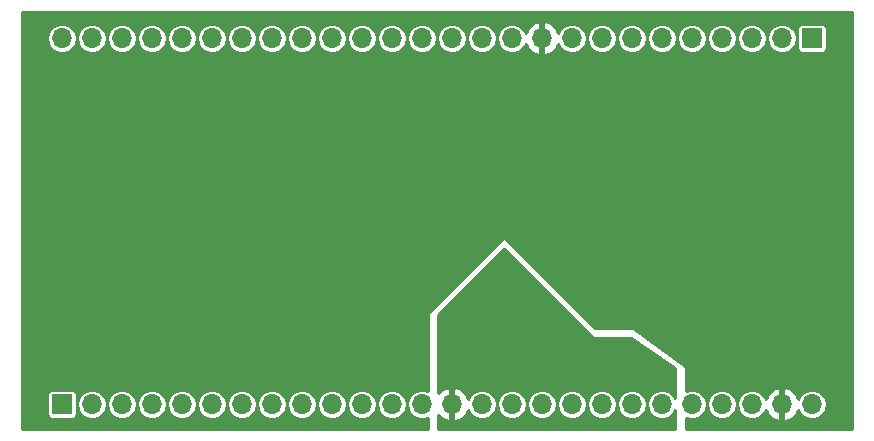
<source format=gbr>
G04 #@! TF.GenerationSoftware,KiCad,Pcbnew,(5.0.1)-4*
G04 #@! TF.CreationDate,2018-12-09T17:15:49-08:00*
G04 #@! TF.ProjectId,ht1632c-to-dip,687431363332632D746F2D6469702E6B,rev?*
G04 #@! TF.SameCoordinates,Original*
G04 #@! TF.FileFunction,Copper,L2,Bot,Signal*
G04 #@! TF.FilePolarity,Positive*
%FSLAX46Y46*%
G04 Gerber Fmt 4.6, Leading zero omitted, Abs format (unit mm)*
G04 Created by KiCad (PCBNEW (5.0.1)-4) date 12/9/2018 5:15:49 PM*
%MOMM*%
%LPD*%
G01*
G04 APERTURE LIST*
G04 #@! TA.AperFunction,ComponentPad*
%ADD10R,1.700000X1.700000*%
G04 #@! TD*
G04 #@! TA.AperFunction,ComponentPad*
%ADD11O,1.700000X1.700000*%
G04 #@! TD*
G04 #@! TA.AperFunction,Conductor*
%ADD12C,0.254000*%
G04 #@! TD*
G04 APERTURE END LIST*
D10*
G04 #@! TO.P,J1,1*
G04 #@! TO.N,/1*
X77470000Y-93980000D03*
D11*
G04 #@! TO.P,J1,2*
G04 #@! TO.N,/2*
X80010000Y-93980000D03*
G04 #@! TO.P,J1,3*
G04 #@! TO.N,/3*
X82550000Y-93980000D03*
G04 #@! TO.P,J1,4*
G04 #@! TO.N,/4*
X85090000Y-93980000D03*
G04 #@! TO.P,J1,5*
G04 #@! TO.N,/5*
X87630000Y-93980000D03*
G04 #@! TO.P,J1,6*
G04 #@! TO.N,/6*
X90170000Y-93980000D03*
G04 #@! TO.P,J1,7*
G04 #@! TO.N,/7*
X92710000Y-93980000D03*
G04 #@! TO.P,J1,8*
G04 #@! TO.N,/8*
X95250000Y-93980000D03*
G04 #@! TO.P,J1,9*
G04 #@! TO.N,/9*
X97790000Y-93980000D03*
G04 #@! TO.P,J1,10*
G04 #@! TO.N,/10*
X100330000Y-93980000D03*
G04 #@! TO.P,J1,11*
G04 #@! TO.N,/11*
X102870000Y-93980000D03*
G04 #@! TO.P,J1,12*
G04 #@! TO.N,/12*
X105410000Y-93980000D03*
G04 #@! TO.P,J1,13*
G04 #@! TO.N,/13*
X107950000Y-93980000D03*
G04 #@! TO.P,J1,14*
G04 #@! TO.N,/14*
X110490000Y-93980000D03*
G04 #@! TO.P,J1,15*
G04 #@! TO.N,/15*
X113030000Y-93980000D03*
G04 #@! TO.P,J1,16*
G04 #@! TO.N,/16*
X115570000Y-93980000D03*
G04 #@! TO.P,J1,17*
G04 #@! TO.N,/17*
X118110000Y-93980000D03*
G04 #@! TO.P,J1,18*
G04 #@! TO.N,/18*
X120650000Y-93980000D03*
G04 #@! TO.P,J1,19*
G04 #@! TO.N,/19*
X123190000Y-93980000D03*
G04 #@! TO.P,J1,20*
G04 #@! TO.N,/20*
X125730000Y-93980000D03*
G04 #@! TO.P,J1,21*
G04 #@! TO.N,/21*
X128270000Y-93980000D03*
G04 #@! TO.P,J1,22*
G04 #@! TO.N,/22*
X130810000Y-93980000D03*
G04 #@! TO.P,J1,23*
G04 #@! TO.N,/23*
X133350000Y-93980000D03*
G04 #@! TO.P,J1,24*
G04 #@! TO.N,/24*
X135890000Y-93980000D03*
G04 #@! TO.P,J1,25*
G04 #@! TO.N,/25*
X138430000Y-93980000D03*
G04 #@! TO.P,J1,26*
G04 #@! TO.N,/26*
X140970000Y-93980000D03*
G04 #@! TD*
G04 #@! TO.P,J2,26*
G04 #@! TO.N,/52*
X77470000Y-62992000D03*
G04 #@! TO.P,J2,25*
G04 #@! TO.N,/51*
X80010000Y-62992000D03*
G04 #@! TO.P,J2,24*
G04 #@! TO.N,/50*
X82550000Y-62992000D03*
G04 #@! TO.P,J2,23*
G04 #@! TO.N,/49*
X85090000Y-62992000D03*
G04 #@! TO.P,J2,22*
G04 #@! TO.N,/48*
X87630000Y-62992000D03*
G04 #@! TO.P,J2,21*
G04 #@! TO.N,/47*
X90170000Y-62992000D03*
G04 #@! TO.P,J2,20*
G04 #@! TO.N,/46*
X92710000Y-62992000D03*
G04 #@! TO.P,J2,19*
G04 #@! TO.N,/45*
X95250000Y-62992000D03*
G04 #@! TO.P,J2,18*
G04 #@! TO.N,/44*
X97790000Y-62992000D03*
G04 #@! TO.P,J2,17*
G04 #@! TO.N,/43*
X100330000Y-62992000D03*
G04 #@! TO.P,J2,16*
G04 #@! TO.N,/42*
X102870000Y-62992000D03*
G04 #@! TO.P,J2,15*
G04 #@! TO.N,/41*
X105410000Y-62992000D03*
G04 #@! TO.P,J2,14*
G04 #@! TO.N,/40*
X107950000Y-62992000D03*
G04 #@! TO.P,J2,13*
G04 #@! TO.N,/39*
X110490000Y-62992000D03*
G04 #@! TO.P,J2,12*
G04 #@! TO.N,/38*
X113030000Y-62992000D03*
G04 #@! TO.P,J2,11*
G04 #@! TO.N,/37*
X115570000Y-62992000D03*
G04 #@! TO.P,J2,10*
G04 #@! TO.N,/25*
X118110000Y-62992000D03*
G04 #@! TO.P,J2,9*
G04 #@! TO.N,/35*
X120650000Y-62992000D03*
G04 #@! TO.P,J2,8*
G04 #@! TO.N,/34*
X123190000Y-62992000D03*
G04 #@! TO.P,J2,7*
G04 #@! TO.N,/33*
X125730000Y-62992000D03*
G04 #@! TO.P,J2,6*
G04 #@! TO.N,/32*
X128270000Y-62992000D03*
G04 #@! TO.P,J2,5*
G04 #@! TO.N,/31*
X130810000Y-62992000D03*
G04 #@! TO.P,J2,4*
G04 #@! TO.N,/30*
X133350000Y-62992000D03*
G04 #@! TO.P,J2,3*
G04 #@! TO.N,/29*
X135890000Y-62992000D03*
G04 #@! TO.P,J2,2*
G04 #@! TO.N,/28*
X138430000Y-62992000D03*
D10*
G04 #@! TO.P,J2,1*
G04 #@! TO.N,/27*
X140970000Y-62992000D03*
G04 #@! TD*
D12*
G04 #@! TO.N,/14*
G36*
X122465197Y-88354803D02*
X122506399Y-88382333D01*
X122555000Y-88392000D01*
X125691548Y-88392000D01*
X129413000Y-90872968D01*
X129413000Y-93474880D01*
X129157501Y-93092499D01*
X128750312Y-92820424D01*
X128391239Y-92749000D01*
X128148761Y-92749000D01*
X127789688Y-92820424D01*
X127382499Y-93092499D01*
X127110424Y-93499688D01*
X127014884Y-93980000D01*
X127110424Y-94460312D01*
X127382499Y-94867501D01*
X127789688Y-95139576D01*
X128148761Y-95211000D01*
X128391239Y-95211000D01*
X128750312Y-95139576D01*
X129157501Y-94867501D01*
X129413000Y-94485120D01*
X129413000Y-96064000D01*
X109347000Y-96064000D01*
X109347000Y-94908914D01*
X109723076Y-95251645D01*
X110133110Y-95421476D01*
X110363000Y-95300155D01*
X110363000Y-94107000D01*
X110343000Y-94107000D01*
X110343000Y-93853000D01*
X110363000Y-93853000D01*
X110363000Y-92659845D01*
X110617000Y-92659845D01*
X110617000Y-93853000D01*
X110637000Y-93853000D01*
X110637000Y-94107000D01*
X110617000Y-94107000D01*
X110617000Y-95300155D01*
X110846890Y-95421476D01*
X111256924Y-95251645D01*
X111685183Y-94861358D01*
X111872245Y-94463037D01*
X112142499Y-94867501D01*
X112549688Y-95139576D01*
X112908761Y-95211000D01*
X113151239Y-95211000D01*
X113510312Y-95139576D01*
X113917501Y-94867501D01*
X114189576Y-94460312D01*
X114285116Y-93980000D01*
X114314884Y-93980000D01*
X114410424Y-94460312D01*
X114682499Y-94867501D01*
X115089688Y-95139576D01*
X115448761Y-95211000D01*
X115691239Y-95211000D01*
X116050312Y-95139576D01*
X116457501Y-94867501D01*
X116729576Y-94460312D01*
X116825116Y-93980000D01*
X116854884Y-93980000D01*
X116950424Y-94460312D01*
X117222499Y-94867501D01*
X117629688Y-95139576D01*
X117988761Y-95211000D01*
X118231239Y-95211000D01*
X118590312Y-95139576D01*
X118997501Y-94867501D01*
X119269576Y-94460312D01*
X119365116Y-93980000D01*
X119394884Y-93980000D01*
X119490424Y-94460312D01*
X119762499Y-94867501D01*
X120169688Y-95139576D01*
X120528761Y-95211000D01*
X120771239Y-95211000D01*
X121130312Y-95139576D01*
X121537501Y-94867501D01*
X121809576Y-94460312D01*
X121905116Y-93980000D01*
X121934884Y-93980000D01*
X122030424Y-94460312D01*
X122302499Y-94867501D01*
X122709688Y-95139576D01*
X123068761Y-95211000D01*
X123311239Y-95211000D01*
X123670312Y-95139576D01*
X124077501Y-94867501D01*
X124349576Y-94460312D01*
X124445116Y-93980000D01*
X124474884Y-93980000D01*
X124570424Y-94460312D01*
X124842499Y-94867501D01*
X125249688Y-95139576D01*
X125608761Y-95211000D01*
X125851239Y-95211000D01*
X126210312Y-95139576D01*
X126617501Y-94867501D01*
X126889576Y-94460312D01*
X126985116Y-93980000D01*
X126889576Y-93499688D01*
X126617501Y-93092499D01*
X126210312Y-92820424D01*
X125851239Y-92749000D01*
X125608761Y-92749000D01*
X125249688Y-92820424D01*
X124842499Y-93092499D01*
X124570424Y-93499688D01*
X124474884Y-93980000D01*
X124445116Y-93980000D01*
X124349576Y-93499688D01*
X124077501Y-93092499D01*
X123670312Y-92820424D01*
X123311239Y-92749000D01*
X123068761Y-92749000D01*
X122709688Y-92820424D01*
X122302499Y-93092499D01*
X122030424Y-93499688D01*
X121934884Y-93980000D01*
X121905116Y-93980000D01*
X121809576Y-93499688D01*
X121537501Y-93092499D01*
X121130312Y-92820424D01*
X120771239Y-92749000D01*
X120528761Y-92749000D01*
X120169688Y-92820424D01*
X119762499Y-93092499D01*
X119490424Y-93499688D01*
X119394884Y-93980000D01*
X119365116Y-93980000D01*
X119269576Y-93499688D01*
X118997501Y-93092499D01*
X118590312Y-92820424D01*
X118231239Y-92749000D01*
X117988761Y-92749000D01*
X117629688Y-92820424D01*
X117222499Y-93092499D01*
X116950424Y-93499688D01*
X116854884Y-93980000D01*
X116825116Y-93980000D01*
X116729576Y-93499688D01*
X116457501Y-93092499D01*
X116050312Y-92820424D01*
X115691239Y-92749000D01*
X115448761Y-92749000D01*
X115089688Y-92820424D01*
X114682499Y-93092499D01*
X114410424Y-93499688D01*
X114314884Y-93980000D01*
X114285116Y-93980000D01*
X114189576Y-93499688D01*
X113917501Y-93092499D01*
X113510312Y-92820424D01*
X113151239Y-92749000D01*
X112908761Y-92749000D01*
X112549688Y-92820424D01*
X112142499Y-93092499D01*
X111872245Y-93496963D01*
X111685183Y-93098642D01*
X111256924Y-92708355D01*
X110846890Y-92538524D01*
X110617000Y-92659845D01*
X110363000Y-92659845D01*
X110133110Y-92538524D01*
X109723076Y-92708355D01*
X109347000Y-93051086D01*
X109347000Y-86412606D01*
X114935000Y-80824606D01*
X122465197Y-88354803D01*
X122465197Y-88354803D01*
G37*
X122465197Y-88354803D02*
X122506399Y-88382333D01*
X122555000Y-88392000D01*
X125691548Y-88392000D01*
X129413000Y-90872968D01*
X129413000Y-93474880D01*
X129157501Y-93092499D01*
X128750312Y-92820424D01*
X128391239Y-92749000D01*
X128148761Y-92749000D01*
X127789688Y-92820424D01*
X127382499Y-93092499D01*
X127110424Y-93499688D01*
X127014884Y-93980000D01*
X127110424Y-94460312D01*
X127382499Y-94867501D01*
X127789688Y-95139576D01*
X128148761Y-95211000D01*
X128391239Y-95211000D01*
X128750312Y-95139576D01*
X129157501Y-94867501D01*
X129413000Y-94485120D01*
X129413000Y-96064000D01*
X109347000Y-96064000D01*
X109347000Y-94908914D01*
X109723076Y-95251645D01*
X110133110Y-95421476D01*
X110363000Y-95300155D01*
X110363000Y-94107000D01*
X110343000Y-94107000D01*
X110343000Y-93853000D01*
X110363000Y-93853000D01*
X110363000Y-92659845D01*
X110617000Y-92659845D01*
X110617000Y-93853000D01*
X110637000Y-93853000D01*
X110637000Y-94107000D01*
X110617000Y-94107000D01*
X110617000Y-95300155D01*
X110846890Y-95421476D01*
X111256924Y-95251645D01*
X111685183Y-94861358D01*
X111872245Y-94463037D01*
X112142499Y-94867501D01*
X112549688Y-95139576D01*
X112908761Y-95211000D01*
X113151239Y-95211000D01*
X113510312Y-95139576D01*
X113917501Y-94867501D01*
X114189576Y-94460312D01*
X114285116Y-93980000D01*
X114314884Y-93980000D01*
X114410424Y-94460312D01*
X114682499Y-94867501D01*
X115089688Y-95139576D01*
X115448761Y-95211000D01*
X115691239Y-95211000D01*
X116050312Y-95139576D01*
X116457501Y-94867501D01*
X116729576Y-94460312D01*
X116825116Y-93980000D01*
X116854884Y-93980000D01*
X116950424Y-94460312D01*
X117222499Y-94867501D01*
X117629688Y-95139576D01*
X117988761Y-95211000D01*
X118231239Y-95211000D01*
X118590312Y-95139576D01*
X118997501Y-94867501D01*
X119269576Y-94460312D01*
X119365116Y-93980000D01*
X119394884Y-93980000D01*
X119490424Y-94460312D01*
X119762499Y-94867501D01*
X120169688Y-95139576D01*
X120528761Y-95211000D01*
X120771239Y-95211000D01*
X121130312Y-95139576D01*
X121537501Y-94867501D01*
X121809576Y-94460312D01*
X121905116Y-93980000D01*
X121934884Y-93980000D01*
X122030424Y-94460312D01*
X122302499Y-94867501D01*
X122709688Y-95139576D01*
X123068761Y-95211000D01*
X123311239Y-95211000D01*
X123670312Y-95139576D01*
X124077501Y-94867501D01*
X124349576Y-94460312D01*
X124445116Y-93980000D01*
X124474884Y-93980000D01*
X124570424Y-94460312D01*
X124842499Y-94867501D01*
X125249688Y-95139576D01*
X125608761Y-95211000D01*
X125851239Y-95211000D01*
X126210312Y-95139576D01*
X126617501Y-94867501D01*
X126889576Y-94460312D01*
X126985116Y-93980000D01*
X126889576Y-93499688D01*
X126617501Y-93092499D01*
X126210312Y-92820424D01*
X125851239Y-92749000D01*
X125608761Y-92749000D01*
X125249688Y-92820424D01*
X124842499Y-93092499D01*
X124570424Y-93499688D01*
X124474884Y-93980000D01*
X124445116Y-93980000D01*
X124349576Y-93499688D01*
X124077501Y-93092499D01*
X123670312Y-92820424D01*
X123311239Y-92749000D01*
X123068761Y-92749000D01*
X122709688Y-92820424D01*
X122302499Y-93092499D01*
X122030424Y-93499688D01*
X121934884Y-93980000D01*
X121905116Y-93980000D01*
X121809576Y-93499688D01*
X121537501Y-93092499D01*
X121130312Y-92820424D01*
X120771239Y-92749000D01*
X120528761Y-92749000D01*
X120169688Y-92820424D01*
X119762499Y-93092499D01*
X119490424Y-93499688D01*
X119394884Y-93980000D01*
X119365116Y-93980000D01*
X119269576Y-93499688D01*
X118997501Y-93092499D01*
X118590312Y-92820424D01*
X118231239Y-92749000D01*
X117988761Y-92749000D01*
X117629688Y-92820424D01*
X117222499Y-93092499D01*
X116950424Y-93499688D01*
X116854884Y-93980000D01*
X116825116Y-93980000D01*
X116729576Y-93499688D01*
X116457501Y-93092499D01*
X116050312Y-92820424D01*
X115691239Y-92749000D01*
X115448761Y-92749000D01*
X115089688Y-92820424D01*
X114682499Y-93092499D01*
X114410424Y-93499688D01*
X114314884Y-93980000D01*
X114285116Y-93980000D01*
X114189576Y-93499688D01*
X113917501Y-93092499D01*
X113510312Y-92820424D01*
X113151239Y-92749000D01*
X112908761Y-92749000D01*
X112549688Y-92820424D01*
X112142499Y-93092499D01*
X111872245Y-93496963D01*
X111685183Y-93098642D01*
X111256924Y-92708355D01*
X110846890Y-92538524D01*
X110617000Y-92659845D01*
X110363000Y-92659845D01*
X110133110Y-92538524D01*
X109723076Y-92708355D01*
X109347000Y-93051086D01*
X109347000Y-86412606D01*
X114935000Y-80824606D01*
X122465197Y-88354803D01*
G04 #@! TO.N,/25*
G36*
X144324001Y-96064000D02*
X130302000Y-96064000D01*
X130302000Y-95121075D01*
X130329688Y-95139576D01*
X130688761Y-95211000D01*
X130931239Y-95211000D01*
X131290312Y-95139576D01*
X131697501Y-94867501D01*
X131969576Y-94460312D01*
X132065116Y-93980000D01*
X132094884Y-93980000D01*
X132190424Y-94460312D01*
X132462499Y-94867501D01*
X132869688Y-95139576D01*
X133228761Y-95211000D01*
X133471239Y-95211000D01*
X133830312Y-95139576D01*
X134237501Y-94867501D01*
X134509576Y-94460312D01*
X134605116Y-93980000D01*
X134634884Y-93980000D01*
X134730424Y-94460312D01*
X135002499Y-94867501D01*
X135409688Y-95139576D01*
X135768761Y-95211000D01*
X136011239Y-95211000D01*
X136370312Y-95139576D01*
X136777501Y-94867501D01*
X137047755Y-94463037D01*
X137234817Y-94861358D01*
X137663076Y-95251645D01*
X138073110Y-95421476D01*
X138303000Y-95300155D01*
X138303000Y-94107000D01*
X138283000Y-94107000D01*
X138283000Y-93853000D01*
X138303000Y-93853000D01*
X138303000Y-92659845D01*
X138557000Y-92659845D01*
X138557000Y-93853000D01*
X138577000Y-93853000D01*
X138577000Y-94107000D01*
X138557000Y-94107000D01*
X138557000Y-95300155D01*
X138786890Y-95421476D01*
X139196924Y-95251645D01*
X139625183Y-94861358D01*
X139812245Y-94463037D01*
X140082499Y-94867501D01*
X140489688Y-95139576D01*
X140848761Y-95211000D01*
X141091239Y-95211000D01*
X141450312Y-95139576D01*
X141857501Y-94867501D01*
X142129576Y-94460312D01*
X142225116Y-93980000D01*
X142129576Y-93499688D01*
X141857501Y-93092499D01*
X141450312Y-92820424D01*
X141091239Y-92749000D01*
X140848761Y-92749000D01*
X140489688Y-92820424D01*
X140082499Y-93092499D01*
X139812245Y-93496963D01*
X139625183Y-93098642D01*
X139196924Y-92708355D01*
X138786890Y-92538524D01*
X138557000Y-92659845D01*
X138303000Y-92659845D01*
X138073110Y-92538524D01*
X137663076Y-92708355D01*
X137234817Y-93098642D01*
X137047755Y-93496963D01*
X136777501Y-93092499D01*
X136370312Y-92820424D01*
X136011239Y-92749000D01*
X135768761Y-92749000D01*
X135409688Y-92820424D01*
X135002499Y-93092499D01*
X134730424Y-93499688D01*
X134634884Y-93980000D01*
X134605116Y-93980000D01*
X134509576Y-93499688D01*
X134237501Y-93092499D01*
X133830312Y-92820424D01*
X133471239Y-92749000D01*
X133228761Y-92749000D01*
X132869688Y-92820424D01*
X132462499Y-93092499D01*
X132190424Y-93499688D01*
X132094884Y-93980000D01*
X132065116Y-93980000D01*
X131969576Y-93499688D01*
X131697501Y-93092499D01*
X131290312Y-92820424D01*
X130931239Y-92749000D01*
X130688761Y-92749000D01*
X130329688Y-92820424D01*
X130302000Y-92838925D01*
X130302000Y-90805000D01*
X130292333Y-90756399D01*
X130248817Y-90701656D01*
X125803817Y-87526656D01*
X125758650Y-87506274D01*
X125730000Y-87503000D01*
X122607606Y-87503000D01*
X115024803Y-79920197D01*
X114983601Y-79892667D01*
X114935000Y-79883000D01*
X114886399Y-79892667D01*
X114845197Y-79920197D01*
X108495197Y-86270197D01*
X108467667Y-86311399D01*
X108458000Y-86360000D01*
X108458000Y-92838925D01*
X108430312Y-92820424D01*
X108071239Y-92749000D01*
X107828761Y-92749000D01*
X107469688Y-92820424D01*
X107062499Y-93092499D01*
X106790424Y-93499688D01*
X106694884Y-93980000D01*
X106790424Y-94460312D01*
X107062499Y-94867501D01*
X107469688Y-95139576D01*
X107828761Y-95211000D01*
X108071239Y-95211000D01*
X108430312Y-95139576D01*
X108458000Y-95121075D01*
X108458000Y-96064000D01*
X74116000Y-96064000D01*
X74116000Y-93130000D01*
X76231536Y-93130000D01*
X76231536Y-94830000D01*
X76261106Y-94978659D01*
X76345314Y-95104686D01*
X76471341Y-95188894D01*
X76620000Y-95218464D01*
X78320000Y-95218464D01*
X78468659Y-95188894D01*
X78594686Y-95104686D01*
X78678894Y-94978659D01*
X78708464Y-94830000D01*
X78708464Y-93980000D01*
X78754884Y-93980000D01*
X78850424Y-94460312D01*
X79122499Y-94867501D01*
X79529688Y-95139576D01*
X79888761Y-95211000D01*
X80131239Y-95211000D01*
X80490312Y-95139576D01*
X80897501Y-94867501D01*
X81169576Y-94460312D01*
X81265116Y-93980000D01*
X81294884Y-93980000D01*
X81390424Y-94460312D01*
X81662499Y-94867501D01*
X82069688Y-95139576D01*
X82428761Y-95211000D01*
X82671239Y-95211000D01*
X83030312Y-95139576D01*
X83437501Y-94867501D01*
X83709576Y-94460312D01*
X83805116Y-93980000D01*
X83834884Y-93980000D01*
X83930424Y-94460312D01*
X84202499Y-94867501D01*
X84609688Y-95139576D01*
X84968761Y-95211000D01*
X85211239Y-95211000D01*
X85570312Y-95139576D01*
X85977501Y-94867501D01*
X86249576Y-94460312D01*
X86345116Y-93980000D01*
X86374884Y-93980000D01*
X86470424Y-94460312D01*
X86742499Y-94867501D01*
X87149688Y-95139576D01*
X87508761Y-95211000D01*
X87751239Y-95211000D01*
X88110312Y-95139576D01*
X88517501Y-94867501D01*
X88789576Y-94460312D01*
X88885116Y-93980000D01*
X88914884Y-93980000D01*
X89010424Y-94460312D01*
X89282499Y-94867501D01*
X89689688Y-95139576D01*
X90048761Y-95211000D01*
X90291239Y-95211000D01*
X90650312Y-95139576D01*
X91057501Y-94867501D01*
X91329576Y-94460312D01*
X91425116Y-93980000D01*
X91454884Y-93980000D01*
X91550424Y-94460312D01*
X91822499Y-94867501D01*
X92229688Y-95139576D01*
X92588761Y-95211000D01*
X92831239Y-95211000D01*
X93190312Y-95139576D01*
X93597501Y-94867501D01*
X93869576Y-94460312D01*
X93965116Y-93980000D01*
X93994884Y-93980000D01*
X94090424Y-94460312D01*
X94362499Y-94867501D01*
X94769688Y-95139576D01*
X95128761Y-95211000D01*
X95371239Y-95211000D01*
X95730312Y-95139576D01*
X96137501Y-94867501D01*
X96409576Y-94460312D01*
X96505116Y-93980000D01*
X96534884Y-93980000D01*
X96630424Y-94460312D01*
X96902499Y-94867501D01*
X97309688Y-95139576D01*
X97668761Y-95211000D01*
X97911239Y-95211000D01*
X98270312Y-95139576D01*
X98677501Y-94867501D01*
X98949576Y-94460312D01*
X99045116Y-93980000D01*
X99074884Y-93980000D01*
X99170424Y-94460312D01*
X99442499Y-94867501D01*
X99849688Y-95139576D01*
X100208761Y-95211000D01*
X100451239Y-95211000D01*
X100810312Y-95139576D01*
X101217501Y-94867501D01*
X101489576Y-94460312D01*
X101585116Y-93980000D01*
X101614884Y-93980000D01*
X101710424Y-94460312D01*
X101982499Y-94867501D01*
X102389688Y-95139576D01*
X102748761Y-95211000D01*
X102991239Y-95211000D01*
X103350312Y-95139576D01*
X103757501Y-94867501D01*
X104029576Y-94460312D01*
X104125116Y-93980000D01*
X104154884Y-93980000D01*
X104250424Y-94460312D01*
X104522499Y-94867501D01*
X104929688Y-95139576D01*
X105288761Y-95211000D01*
X105531239Y-95211000D01*
X105890312Y-95139576D01*
X106297501Y-94867501D01*
X106569576Y-94460312D01*
X106665116Y-93980000D01*
X106569576Y-93499688D01*
X106297501Y-93092499D01*
X105890312Y-92820424D01*
X105531239Y-92749000D01*
X105288761Y-92749000D01*
X104929688Y-92820424D01*
X104522499Y-93092499D01*
X104250424Y-93499688D01*
X104154884Y-93980000D01*
X104125116Y-93980000D01*
X104029576Y-93499688D01*
X103757501Y-93092499D01*
X103350312Y-92820424D01*
X102991239Y-92749000D01*
X102748761Y-92749000D01*
X102389688Y-92820424D01*
X101982499Y-93092499D01*
X101710424Y-93499688D01*
X101614884Y-93980000D01*
X101585116Y-93980000D01*
X101489576Y-93499688D01*
X101217501Y-93092499D01*
X100810312Y-92820424D01*
X100451239Y-92749000D01*
X100208761Y-92749000D01*
X99849688Y-92820424D01*
X99442499Y-93092499D01*
X99170424Y-93499688D01*
X99074884Y-93980000D01*
X99045116Y-93980000D01*
X98949576Y-93499688D01*
X98677501Y-93092499D01*
X98270312Y-92820424D01*
X97911239Y-92749000D01*
X97668761Y-92749000D01*
X97309688Y-92820424D01*
X96902499Y-93092499D01*
X96630424Y-93499688D01*
X96534884Y-93980000D01*
X96505116Y-93980000D01*
X96409576Y-93499688D01*
X96137501Y-93092499D01*
X95730312Y-92820424D01*
X95371239Y-92749000D01*
X95128761Y-92749000D01*
X94769688Y-92820424D01*
X94362499Y-93092499D01*
X94090424Y-93499688D01*
X93994884Y-93980000D01*
X93965116Y-93980000D01*
X93869576Y-93499688D01*
X93597501Y-93092499D01*
X93190312Y-92820424D01*
X92831239Y-92749000D01*
X92588761Y-92749000D01*
X92229688Y-92820424D01*
X91822499Y-93092499D01*
X91550424Y-93499688D01*
X91454884Y-93980000D01*
X91425116Y-93980000D01*
X91329576Y-93499688D01*
X91057501Y-93092499D01*
X90650312Y-92820424D01*
X90291239Y-92749000D01*
X90048761Y-92749000D01*
X89689688Y-92820424D01*
X89282499Y-93092499D01*
X89010424Y-93499688D01*
X88914884Y-93980000D01*
X88885116Y-93980000D01*
X88789576Y-93499688D01*
X88517501Y-93092499D01*
X88110312Y-92820424D01*
X87751239Y-92749000D01*
X87508761Y-92749000D01*
X87149688Y-92820424D01*
X86742499Y-93092499D01*
X86470424Y-93499688D01*
X86374884Y-93980000D01*
X86345116Y-93980000D01*
X86249576Y-93499688D01*
X85977501Y-93092499D01*
X85570312Y-92820424D01*
X85211239Y-92749000D01*
X84968761Y-92749000D01*
X84609688Y-92820424D01*
X84202499Y-93092499D01*
X83930424Y-93499688D01*
X83834884Y-93980000D01*
X83805116Y-93980000D01*
X83709576Y-93499688D01*
X83437501Y-93092499D01*
X83030312Y-92820424D01*
X82671239Y-92749000D01*
X82428761Y-92749000D01*
X82069688Y-92820424D01*
X81662499Y-93092499D01*
X81390424Y-93499688D01*
X81294884Y-93980000D01*
X81265116Y-93980000D01*
X81169576Y-93499688D01*
X80897501Y-93092499D01*
X80490312Y-92820424D01*
X80131239Y-92749000D01*
X79888761Y-92749000D01*
X79529688Y-92820424D01*
X79122499Y-93092499D01*
X78850424Y-93499688D01*
X78754884Y-93980000D01*
X78708464Y-93980000D01*
X78708464Y-93130000D01*
X78678894Y-92981341D01*
X78594686Y-92855314D01*
X78468659Y-92771106D01*
X78320000Y-92741536D01*
X76620000Y-92741536D01*
X76471341Y-92771106D01*
X76345314Y-92855314D01*
X76261106Y-92981341D01*
X76231536Y-93130000D01*
X74116000Y-93130000D01*
X74116000Y-62992000D01*
X76214884Y-62992000D01*
X76310424Y-63472312D01*
X76582499Y-63879501D01*
X76989688Y-64151576D01*
X77348761Y-64223000D01*
X77591239Y-64223000D01*
X77950312Y-64151576D01*
X78357501Y-63879501D01*
X78629576Y-63472312D01*
X78725116Y-62992000D01*
X78754884Y-62992000D01*
X78850424Y-63472312D01*
X79122499Y-63879501D01*
X79529688Y-64151576D01*
X79888761Y-64223000D01*
X80131239Y-64223000D01*
X80490312Y-64151576D01*
X80897501Y-63879501D01*
X81169576Y-63472312D01*
X81265116Y-62992000D01*
X81294884Y-62992000D01*
X81390424Y-63472312D01*
X81662499Y-63879501D01*
X82069688Y-64151576D01*
X82428761Y-64223000D01*
X82671239Y-64223000D01*
X83030312Y-64151576D01*
X83437501Y-63879501D01*
X83709576Y-63472312D01*
X83805116Y-62992000D01*
X83834884Y-62992000D01*
X83930424Y-63472312D01*
X84202499Y-63879501D01*
X84609688Y-64151576D01*
X84968761Y-64223000D01*
X85211239Y-64223000D01*
X85570312Y-64151576D01*
X85977501Y-63879501D01*
X86249576Y-63472312D01*
X86345116Y-62992000D01*
X86374884Y-62992000D01*
X86470424Y-63472312D01*
X86742499Y-63879501D01*
X87149688Y-64151576D01*
X87508761Y-64223000D01*
X87751239Y-64223000D01*
X88110312Y-64151576D01*
X88517501Y-63879501D01*
X88789576Y-63472312D01*
X88885116Y-62992000D01*
X88914884Y-62992000D01*
X89010424Y-63472312D01*
X89282499Y-63879501D01*
X89689688Y-64151576D01*
X90048761Y-64223000D01*
X90291239Y-64223000D01*
X90650312Y-64151576D01*
X91057501Y-63879501D01*
X91329576Y-63472312D01*
X91425116Y-62992000D01*
X91454884Y-62992000D01*
X91550424Y-63472312D01*
X91822499Y-63879501D01*
X92229688Y-64151576D01*
X92588761Y-64223000D01*
X92831239Y-64223000D01*
X93190312Y-64151576D01*
X93597501Y-63879501D01*
X93869576Y-63472312D01*
X93965116Y-62992000D01*
X93994884Y-62992000D01*
X94090424Y-63472312D01*
X94362499Y-63879501D01*
X94769688Y-64151576D01*
X95128761Y-64223000D01*
X95371239Y-64223000D01*
X95730312Y-64151576D01*
X96137501Y-63879501D01*
X96409576Y-63472312D01*
X96505116Y-62992000D01*
X96534884Y-62992000D01*
X96630424Y-63472312D01*
X96902499Y-63879501D01*
X97309688Y-64151576D01*
X97668761Y-64223000D01*
X97911239Y-64223000D01*
X98270312Y-64151576D01*
X98677501Y-63879501D01*
X98949576Y-63472312D01*
X99045116Y-62992000D01*
X99074884Y-62992000D01*
X99170424Y-63472312D01*
X99442499Y-63879501D01*
X99849688Y-64151576D01*
X100208761Y-64223000D01*
X100451239Y-64223000D01*
X100810312Y-64151576D01*
X101217501Y-63879501D01*
X101489576Y-63472312D01*
X101585116Y-62992000D01*
X101614884Y-62992000D01*
X101710424Y-63472312D01*
X101982499Y-63879501D01*
X102389688Y-64151576D01*
X102748761Y-64223000D01*
X102991239Y-64223000D01*
X103350312Y-64151576D01*
X103757501Y-63879501D01*
X104029576Y-63472312D01*
X104125116Y-62992000D01*
X104154884Y-62992000D01*
X104250424Y-63472312D01*
X104522499Y-63879501D01*
X104929688Y-64151576D01*
X105288761Y-64223000D01*
X105531239Y-64223000D01*
X105890312Y-64151576D01*
X106297501Y-63879501D01*
X106569576Y-63472312D01*
X106665116Y-62992000D01*
X106694884Y-62992000D01*
X106790424Y-63472312D01*
X107062499Y-63879501D01*
X107469688Y-64151576D01*
X107828761Y-64223000D01*
X108071239Y-64223000D01*
X108430312Y-64151576D01*
X108837501Y-63879501D01*
X109109576Y-63472312D01*
X109205116Y-62992000D01*
X109234884Y-62992000D01*
X109330424Y-63472312D01*
X109602499Y-63879501D01*
X110009688Y-64151576D01*
X110368761Y-64223000D01*
X110611239Y-64223000D01*
X110970312Y-64151576D01*
X111377501Y-63879501D01*
X111649576Y-63472312D01*
X111745116Y-62992000D01*
X111774884Y-62992000D01*
X111870424Y-63472312D01*
X112142499Y-63879501D01*
X112549688Y-64151576D01*
X112908761Y-64223000D01*
X113151239Y-64223000D01*
X113510312Y-64151576D01*
X113917501Y-63879501D01*
X114189576Y-63472312D01*
X114285116Y-62992000D01*
X114314884Y-62992000D01*
X114410424Y-63472312D01*
X114682499Y-63879501D01*
X115089688Y-64151576D01*
X115448761Y-64223000D01*
X115691239Y-64223000D01*
X116050312Y-64151576D01*
X116457501Y-63879501D01*
X116727755Y-63475037D01*
X116914817Y-63873358D01*
X117343076Y-64263645D01*
X117753110Y-64433476D01*
X117983000Y-64312155D01*
X117983000Y-63119000D01*
X117963000Y-63119000D01*
X117963000Y-62865000D01*
X117983000Y-62865000D01*
X117983000Y-61671845D01*
X118237000Y-61671845D01*
X118237000Y-62865000D01*
X118257000Y-62865000D01*
X118257000Y-63119000D01*
X118237000Y-63119000D01*
X118237000Y-64312155D01*
X118466890Y-64433476D01*
X118876924Y-64263645D01*
X119305183Y-63873358D01*
X119492245Y-63475037D01*
X119762499Y-63879501D01*
X120169688Y-64151576D01*
X120528761Y-64223000D01*
X120771239Y-64223000D01*
X121130312Y-64151576D01*
X121537501Y-63879501D01*
X121809576Y-63472312D01*
X121905116Y-62992000D01*
X121934884Y-62992000D01*
X122030424Y-63472312D01*
X122302499Y-63879501D01*
X122709688Y-64151576D01*
X123068761Y-64223000D01*
X123311239Y-64223000D01*
X123670312Y-64151576D01*
X124077501Y-63879501D01*
X124349576Y-63472312D01*
X124445116Y-62992000D01*
X124474884Y-62992000D01*
X124570424Y-63472312D01*
X124842499Y-63879501D01*
X125249688Y-64151576D01*
X125608761Y-64223000D01*
X125851239Y-64223000D01*
X126210312Y-64151576D01*
X126617501Y-63879501D01*
X126889576Y-63472312D01*
X126985116Y-62992000D01*
X127014884Y-62992000D01*
X127110424Y-63472312D01*
X127382499Y-63879501D01*
X127789688Y-64151576D01*
X128148761Y-64223000D01*
X128391239Y-64223000D01*
X128750312Y-64151576D01*
X129157501Y-63879501D01*
X129429576Y-63472312D01*
X129525116Y-62992000D01*
X129554884Y-62992000D01*
X129650424Y-63472312D01*
X129922499Y-63879501D01*
X130329688Y-64151576D01*
X130688761Y-64223000D01*
X130931239Y-64223000D01*
X131290312Y-64151576D01*
X131697501Y-63879501D01*
X131969576Y-63472312D01*
X132065116Y-62992000D01*
X132094884Y-62992000D01*
X132190424Y-63472312D01*
X132462499Y-63879501D01*
X132869688Y-64151576D01*
X133228761Y-64223000D01*
X133471239Y-64223000D01*
X133830312Y-64151576D01*
X134237501Y-63879501D01*
X134509576Y-63472312D01*
X134605116Y-62992000D01*
X134634884Y-62992000D01*
X134730424Y-63472312D01*
X135002499Y-63879501D01*
X135409688Y-64151576D01*
X135768761Y-64223000D01*
X136011239Y-64223000D01*
X136370312Y-64151576D01*
X136777501Y-63879501D01*
X137049576Y-63472312D01*
X137145116Y-62992000D01*
X137174884Y-62992000D01*
X137270424Y-63472312D01*
X137542499Y-63879501D01*
X137949688Y-64151576D01*
X138308761Y-64223000D01*
X138551239Y-64223000D01*
X138910312Y-64151576D01*
X139317501Y-63879501D01*
X139589576Y-63472312D01*
X139685116Y-62992000D01*
X139589576Y-62511688D01*
X139342559Y-62142000D01*
X139731536Y-62142000D01*
X139731536Y-63842000D01*
X139761106Y-63990659D01*
X139845314Y-64116686D01*
X139971341Y-64200894D01*
X140120000Y-64230464D01*
X141820000Y-64230464D01*
X141968659Y-64200894D01*
X142094686Y-64116686D01*
X142178894Y-63990659D01*
X142208464Y-63842000D01*
X142208464Y-62142000D01*
X142178894Y-61993341D01*
X142094686Y-61867314D01*
X141968659Y-61783106D01*
X141820000Y-61753536D01*
X140120000Y-61753536D01*
X139971341Y-61783106D01*
X139845314Y-61867314D01*
X139761106Y-61993341D01*
X139731536Y-62142000D01*
X139342559Y-62142000D01*
X139317501Y-62104499D01*
X138910312Y-61832424D01*
X138551239Y-61761000D01*
X138308761Y-61761000D01*
X137949688Y-61832424D01*
X137542499Y-62104499D01*
X137270424Y-62511688D01*
X137174884Y-62992000D01*
X137145116Y-62992000D01*
X137049576Y-62511688D01*
X136777501Y-62104499D01*
X136370312Y-61832424D01*
X136011239Y-61761000D01*
X135768761Y-61761000D01*
X135409688Y-61832424D01*
X135002499Y-62104499D01*
X134730424Y-62511688D01*
X134634884Y-62992000D01*
X134605116Y-62992000D01*
X134509576Y-62511688D01*
X134237501Y-62104499D01*
X133830312Y-61832424D01*
X133471239Y-61761000D01*
X133228761Y-61761000D01*
X132869688Y-61832424D01*
X132462499Y-62104499D01*
X132190424Y-62511688D01*
X132094884Y-62992000D01*
X132065116Y-62992000D01*
X131969576Y-62511688D01*
X131697501Y-62104499D01*
X131290312Y-61832424D01*
X130931239Y-61761000D01*
X130688761Y-61761000D01*
X130329688Y-61832424D01*
X129922499Y-62104499D01*
X129650424Y-62511688D01*
X129554884Y-62992000D01*
X129525116Y-62992000D01*
X129429576Y-62511688D01*
X129157501Y-62104499D01*
X128750312Y-61832424D01*
X128391239Y-61761000D01*
X128148761Y-61761000D01*
X127789688Y-61832424D01*
X127382499Y-62104499D01*
X127110424Y-62511688D01*
X127014884Y-62992000D01*
X126985116Y-62992000D01*
X126889576Y-62511688D01*
X126617501Y-62104499D01*
X126210312Y-61832424D01*
X125851239Y-61761000D01*
X125608761Y-61761000D01*
X125249688Y-61832424D01*
X124842499Y-62104499D01*
X124570424Y-62511688D01*
X124474884Y-62992000D01*
X124445116Y-62992000D01*
X124349576Y-62511688D01*
X124077501Y-62104499D01*
X123670312Y-61832424D01*
X123311239Y-61761000D01*
X123068761Y-61761000D01*
X122709688Y-61832424D01*
X122302499Y-62104499D01*
X122030424Y-62511688D01*
X121934884Y-62992000D01*
X121905116Y-62992000D01*
X121809576Y-62511688D01*
X121537501Y-62104499D01*
X121130312Y-61832424D01*
X120771239Y-61761000D01*
X120528761Y-61761000D01*
X120169688Y-61832424D01*
X119762499Y-62104499D01*
X119492245Y-62508963D01*
X119305183Y-62110642D01*
X118876924Y-61720355D01*
X118466890Y-61550524D01*
X118237000Y-61671845D01*
X117983000Y-61671845D01*
X117753110Y-61550524D01*
X117343076Y-61720355D01*
X116914817Y-62110642D01*
X116727755Y-62508963D01*
X116457501Y-62104499D01*
X116050312Y-61832424D01*
X115691239Y-61761000D01*
X115448761Y-61761000D01*
X115089688Y-61832424D01*
X114682499Y-62104499D01*
X114410424Y-62511688D01*
X114314884Y-62992000D01*
X114285116Y-62992000D01*
X114189576Y-62511688D01*
X113917501Y-62104499D01*
X113510312Y-61832424D01*
X113151239Y-61761000D01*
X112908761Y-61761000D01*
X112549688Y-61832424D01*
X112142499Y-62104499D01*
X111870424Y-62511688D01*
X111774884Y-62992000D01*
X111745116Y-62992000D01*
X111649576Y-62511688D01*
X111377501Y-62104499D01*
X110970312Y-61832424D01*
X110611239Y-61761000D01*
X110368761Y-61761000D01*
X110009688Y-61832424D01*
X109602499Y-62104499D01*
X109330424Y-62511688D01*
X109234884Y-62992000D01*
X109205116Y-62992000D01*
X109109576Y-62511688D01*
X108837501Y-62104499D01*
X108430312Y-61832424D01*
X108071239Y-61761000D01*
X107828761Y-61761000D01*
X107469688Y-61832424D01*
X107062499Y-62104499D01*
X106790424Y-62511688D01*
X106694884Y-62992000D01*
X106665116Y-62992000D01*
X106569576Y-62511688D01*
X106297501Y-62104499D01*
X105890312Y-61832424D01*
X105531239Y-61761000D01*
X105288761Y-61761000D01*
X104929688Y-61832424D01*
X104522499Y-62104499D01*
X104250424Y-62511688D01*
X104154884Y-62992000D01*
X104125116Y-62992000D01*
X104029576Y-62511688D01*
X103757501Y-62104499D01*
X103350312Y-61832424D01*
X102991239Y-61761000D01*
X102748761Y-61761000D01*
X102389688Y-61832424D01*
X101982499Y-62104499D01*
X101710424Y-62511688D01*
X101614884Y-62992000D01*
X101585116Y-62992000D01*
X101489576Y-62511688D01*
X101217501Y-62104499D01*
X100810312Y-61832424D01*
X100451239Y-61761000D01*
X100208761Y-61761000D01*
X99849688Y-61832424D01*
X99442499Y-62104499D01*
X99170424Y-62511688D01*
X99074884Y-62992000D01*
X99045116Y-62992000D01*
X98949576Y-62511688D01*
X98677501Y-62104499D01*
X98270312Y-61832424D01*
X97911239Y-61761000D01*
X97668761Y-61761000D01*
X97309688Y-61832424D01*
X96902499Y-62104499D01*
X96630424Y-62511688D01*
X96534884Y-62992000D01*
X96505116Y-62992000D01*
X96409576Y-62511688D01*
X96137501Y-62104499D01*
X95730312Y-61832424D01*
X95371239Y-61761000D01*
X95128761Y-61761000D01*
X94769688Y-61832424D01*
X94362499Y-62104499D01*
X94090424Y-62511688D01*
X93994884Y-62992000D01*
X93965116Y-62992000D01*
X93869576Y-62511688D01*
X93597501Y-62104499D01*
X93190312Y-61832424D01*
X92831239Y-61761000D01*
X92588761Y-61761000D01*
X92229688Y-61832424D01*
X91822499Y-62104499D01*
X91550424Y-62511688D01*
X91454884Y-62992000D01*
X91425116Y-62992000D01*
X91329576Y-62511688D01*
X91057501Y-62104499D01*
X90650312Y-61832424D01*
X90291239Y-61761000D01*
X90048761Y-61761000D01*
X89689688Y-61832424D01*
X89282499Y-62104499D01*
X89010424Y-62511688D01*
X88914884Y-62992000D01*
X88885116Y-62992000D01*
X88789576Y-62511688D01*
X88517501Y-62104499D01*
X88110312Y-61832424D01*
X87751239Y-61761000D01*
X87508761Y-61761000D01*
X87149688Y-61832424D01*
X86742499Y-62104499D01*
X86470424Y-62511688D01*
X86374884Y-62992000D01*
X86345116Y-62992000D01*
X86249576Y-62511688D01*
X85977501Y-62104499D01*
X85570312Y-61832424D01*
X85211239Y-61761000D01*
X84968761Y-61761000D01*
X84609688Y-61832424D01*
X84202499Y-62104499D01*
X83930424Y-62511688D01*
X83834884Y-62992000D01*
X83805116Y-62992000D01*
X83709576Y-62511688D01*
X83437501Y-62104499D01*
X83030312Y-61832424D01*
X82671239Y-61761000D01*
X82428761Y-61761000D01*
X82069688Y-61832424D01*
X81662499Y-62104499D01*
X81390424Y-62511688D01*
X81294884Y-62992000D01*
X81265116Y-62992000D01*
X81169576Y-62511688D01*
X80897501Y-62104499D01*
X80490312Y-61832424D01*
X80131239Y-61761000D01*
X79888761Y-61761000D01*
X79529688Y-61832424D01*
X79122499Y-62104499D01*
X78850424Y-62511688D01*
X78754884Y-62992000D01*
X78725116Y-62992000D01*
X78629576Y-62511688D01*
X78357501Y-62104499D01*
X77950312Y-61832424D01*
X77591239Y-61761000D01*
X77348761Y-61761000D01*
X76989688Y-61832424D01*
X76582499Y-62104499D01*
X76310424Y-62511688D01*
X76214884Y-62992000D01*
X74116000Y-62992000D01*
X74116000Y-60781000D01*
X144324000Y-60781000D01*
X144324001Y-96064000D01*
X144324001Y-96064000D01*
G37*
X144324001Y-96064000D02*
X130302000Y-96064000D01*
X130302000Y-95121075D01*
X130329688Y-95139576D01*
X130688761Y-95211000D01*
X130931239Y-95211000D01*
X131290312Y-95139576D01*
X131697501Y-94867501D01*
X131969576Y-94460312D01*
X132065116Y-93980000D01*
X132094884Y-93980000D01*
X132190424Y-94460312D01*
X132462499Y-94867501D01*
X132869688Y-95139576D01*
X133228761Y-95211000D01*
X133471239Y-95211000D01*
X133830312Y-95139576D01*
X134237501Y-94867501D01*
X134509576Y-94460312D01*
X134605116Y-93980000D01*
X134634884Y-93980000D01*
X134730424Y-94460312D01*
X135002499Y-94867501D01*
X135409688Y-95139576D01*
X135768761Y-95211000D01*
X136011239Y-95211000D01*
X136370312Y-95139576D01*
X136777501Y-94867501D01*
X137047755Y-94463037D01*
X137234817Y-94861358D01*
X137663076Y-95251645D01*
X138073110Y-95421476D01*
X138303000Y-95300155D01*
X138303000Y-94107000D01*
X138283000Y-94107000D01*
X138283000Y-93853000D01*
X138303000Y-93853000D01*
X138303000Y-92659845D01*
X138557000Y-92659845D01*
X138557000Y-93853000D01*
X138577000Y-93853000D01*
X138577000Y-94107000D01*
X138557000Y-94107000D01*
X138557000Y-95300155D01*
X138786890Y-95421476D01*
X139196924Y-95251645D01*
X139625183Y-94861358D01*
X139812245Y-94463037D01*
X140082499Y-94867501D01*
X140489688Y-95139576D01*
X140848761Y-95211000D01*
X141091239Y-95211000D01*
X141450312Y-95139576D01*
X141857501Y-94867501D01*
X142129576Y-94460312D01*
X142225116Y-93980000D01*
X142129576Y-93499688D01*
X141857501Y-93092499D01*
X141450312Y-92820424D01*
X141091239Y-92749000D01*
X140848761Y-92749000D01*
X140489688Y-92820424D01*
X140082499Y-93092499D01*
X139812245Y-93496963D01*
X139625183Y-93098642D01*
X139196924Y-92708355D01*
X138786890Y-92538524D01*
X138557000Y-92659845D01*
X138303000Y-92659845D01*
X138073110Y-92538524D01*
X137663076Y-92708355D01*
X137234817Y-93098642D01*
X137047755Y-93496963D01*
X136777501Y-93092499D01*
X136370312Y-92820424D01*
X136011239Y-92749000D01*
X135768761Y-92749000D01*
X135409688Y-92820424D01*
X135002499Y-93092499D01*
X134730424Y-93499688D01*
X134634884Y-93980000D01*
X134605116Y-93980000D01*
X134509576Y-93499688D01*
X134237501Y-93092499D01*
X133830312Y-92820424D01*
X133471239Y-92749000D01*
X133228761Y-92749000D01*
X132869688Y-92820424D01*
X132462499Y-93092499D01*
X132190424Y-93499688D01*
X132094884Y-93980000D01*
X132065116Y-93980000D01*
X131969576Y-93499688D01*
X131697501Y-93092499D01*
X131290312Y-92820424D01*
X130931239Y-92749000D01*
X130688761Y-92749000D01*
X130329688Y-92820424D01*
X130302000Y-92838925D01*
X130302000Y-90805000D01*
X130292333Y-90756399D01*
X130248817Y-90701656D01*
X125803817Y-87526656D01*
X125758650Y-87506274D01*
X125730000Y-87503000D01*
X122607606Y-87503000D01*
X115024803Y-79920197D01*
X114983601Y-79892667D01*
X114935000Y-79883000D01*
X114886399Y-79892667D01*
X114845197Y-79920197D01*
X108495197Y-86270197D01*
X108467667Y-86311399D01*
X108458000Y-86360000D01*
X108458000Y-92838925D01*
X108430312Y-92820424D01*
X108071239Y-92749000D01*
X107828761Y-92749000D01*
X107469688Y-92820424D01*
X107062499Y-93092499D01*
X106790424Y-93499688D01*
X106694884Y-93980000D01*
X106790424Y-94460312D01*
X107062499Y-94867501D01*
X107469688Y-95139576D01*
X107828761Y-95211000D01*
X108071239Y-95211000D01*
X108430312Y-95139576D01*
X108458000Y-95121075D01*
X108458000Y-96064000D01*
X74116000Y-96064000D01*
X74116000Y-93130000D01*
X76231536Y-93130000D01*
X76231536Y-94830000D01*
X76261106Y-94978659D01*
X76345314Y-95104686D01*
X76471341Y-95188894D01*
X76620000Y-95218464D01*
X78320000Y-95218464D01*
X78468659Y-95188894D01*
X78594686Y-95104686D01*
X78678894Y-94978659D01*
X78708464Y-94830000D01*
X78708464Y-93980000D01*
X78754884Y-93980000D01*
X78850424Y-94460312D01*
X79122499Y-94867501D01*
X79529688Y-95139576D01*
X79888761Y-95211000D01*
X80131239Y-95211000D01*
X80490312Y-95139576D01*
X80897501Y-94867501D01*
X81169576Y-94460312D01*
X81265116Y-93980000D01*
X81294884Y-93980000D01*
X81390424Y-94460312D01*
X81662499Y-94867501D01*
X82069688Y-95139576D01*
X82428761Y-95211000D01*
X82671239Y-95211000D01*
X83030312Y-95139576D01*
X83437501Y-94867501D01*
X83709576Y-94460312D01*
X83805116Y-93980000D01*
X83834884Y-93980000D01*
X83930424Y-94460312D01*
X84202499Y-94867501D01*
X84609688Y-95139576D01*
X84968761Y-95211000D01*
X85211239Y-95211000D01*
X85570312Y-95139576D01*
X85977501Y-94867501D01*
X86249576Y-94460312D01*
X86345116Y-93980000D01*
X86374884Y-93980000D01*
X86470424Y-94460312D01*
X86742499Y-94867501D01*
X87149688Y-95139576D01*
X87508761Y-95211000D01*
X87751239Y-95211000D01*
X88110312Y-95139576D01*
X88517501Y-94867501D01*
X88789576Y-94460312D01*
X88885116Y-93980000D01*
X88914884Y-93980000D01*
X89010424Y-94460312D01*
X89282499Y-94867501D01*
X89689688Y-95139576D01*
X90048761Y-95211000D01*
X90291239Y-95211000D01*
X90650312Y-95139576D01*
X91057501Y-94867501D01*
X91329576Y-94460312D01*
X91425116Y-93980000D01*
X91454884Y-93980000D01*
X91550424Y-94460312D01*
X91822499Y-94867501D01*
X92229688Y-95139576D01*
X92588761Y-95211000D01*
X92831239Y-95211000D01*
X93190312Y-95139576D01*
X93597501Y-94867501D01*
X93869576Y-94460312D01*
X93965116Y-93980000D01*
X93994884Y-93980000D01*
X94090424Y-94460312D01*
X94362499Y-94867501D01*
X94769688Y-95139576D01*
X95128761Y-95211000D01*
X95371239Y-95211000D01*
X95730312Y-95139576D01*
X96137501Y-94867501D01*
X96409576Y-94460312D01*
X96505116Y-93980000D01*
X96534884Y-93980000D01*
X96630424Y-94460312D01*
X96902499Y-94867501D01*
X97309688Y-95139576D01*
X97668761Y-95211000D01*
X97911239Y-95211000D01*
X98270312Y-95139576D01*
X98677501Y-94867501D01*
X98949576Y-94460312D01*
X99045116Y-93980000D01*
X99074884Y-93980000D01*
X99170424Y-94460312D01*
X99442499Y-94867501D01*
X99849688Y-95139576D01*
X100208761Y-95211000D01*
X100451239Y-95211000D01*
X100810312Y-95139576D01*
X101217501Y-94867501D01*
X101489576Y-94460312D01*
X101585116Y-93980000D01*
X101614884Y-93980000D01*
X101710424Y-94460312D01*
X101982499Y-94867501D01*
X102389688Y-95139576D01*
X102748761Y-95211000D01*
X102991239Y-95211000D01*
X103350312Y-95139576D01*
X103757501Y-94867501D01*
X104029576Y-94460312D01*
X104125116Y-93980000D01*
X104154884Y-93980000D01*
X104250424Y-94460312D01*
X104522499Y-94867501D01*
X104929688Y-95139576D01*
X105288761Y-95211000D01*
X105531239Y-95211000D01*
X105890312Y-95139576D01*
X106297501Y-94867501D01*
X106569576Y-94460312D01*
X106665116Y-93980000D01*
X106569576Y-93499688D01*
X106297501Y-93092499D01*
X105890312Y-92820424D01*
X105531239Y-92749000D01*
X105288761Y-92749000D01*
X104929688Y-92820424D01*
X104522499Y-93092499D01*
X104250424Y-93499688D01*
X104154884Y-93980000D01*
X104125116Y-93980000D01*
X104029576Y-93499688D01*
X103757501Y-93092499D01*
X103350312Y-92820424D01*
X102991239Y-92749000D01*
X102748761Y-92749000D01*
X102389688Y-92820424D01*
X101982499Y-93092499D01*
X101710424Y-93499688D01*
X101614884Y-93980000D01*
X101585116Y-93980000D01*
X101489576Y-93499688D01*
X101217501Y-93092499D01*
X100810312Y-92820424D01*
X100451239Y-92749000D01*
X100208761Y-92749000D01*
X99849688Y-92820424D01*
X99442499Y-93092499D01*
X99170424Y-93499688D01*
X99074884Y-93980000D01*
X99045116Y-93980000D01*
X98949576Y-93499688D01*
X98677501Y-93092499D01*
X98270312Y-92820424D01*
X97911239Y-92749000D01*
X97668761Y-92749000D01*
X97309688Y-92820424D01*
X96902499Y-93092499D01*
X96630424Y-93499688D01*
X96534884Y-93980000D01*
X96505116Y-93980000D01*
X96409576Y-93499688D01*
X96137501Y-93092499D01*
X95730312Y-92820424D01*
X95371239Y-92749000D01*
X95128761Y-92749000D01*
X94769688Y-92820424D01*
X94362499Y-93092499D01*
X94090424Y-93499688D01*
X93994884Y-93980000D01*
X93965116Y-93980000D01*
X93869576Y-93499688D01*
X93597501Y-93092499D01*
X93190312Y-92820424D01*
X92831239Y-92749000D01*
X92588761Y-92749000D01*
X92229688Y-92820424D01*
X91822499Y-93092499D01*
X91550424Y-93499688D01*
X91454884Y-93980000D01*
X91425116Y-93980000D01*
X91329576Y-93499688D01*
X91057501Y-93092499D01*
X90650312Y-92820424D01*
X90291239Y-92749000D01*
X90048761Y-92749000D01*
X89689688Y-92820424D01*
X89282499Y-93092499D01*
X89010424Y-93499688D01*
X88914884Y-93980000D01*
X88885116Y-93980000D01*
X88789576Y-93499688D01*
X88517501Y-93092499D01*
X88110312Y-92820424D01*
X87751239Y-92749000D01*
X87508761Y-92749000D01*
X87149688Y-92820424D01*
X86742499Y-93092499D01*
X86470424Y-93499688D01*
X86374884Y-93980000D01*
X86345116Y-93980000D01*
X86249576Y-93499688D01*
X85977501Y-93092499D01*
X85570312Y-92820424D01*
X85211239Y-92749000D01*
X84968761Y-92749000D01*
X84609688Y-92820424D01*
X84202499Y-93092499D01*
X83930424Y-93499688D01*
X83834884Y-93980000D01*
X83805116Y-93980000D01*
X83709576Y-93499688D01*
X83437501Y-93092499D01*
X83030312Y-92820424D01*
X82671239Y-92749000D01*
X82428761Y-92749000D01*
X82069688Y-92820424D01*
X81662499Y-93092499D01*
X81390424Y-93499688D01*
X81294884Y-93980000D01*
X81265116Y-93980000D01*
X81169576Y-93499688D01*
X80897501Y-93092499D01*
X80490312Y-92820424D01*
X80131239Y-92749000D01*
X79888761Y-92749000D01*
X79529688Y-92820424D01*
X79122499Y-93092499D01*
X78850424Y-93499688D01*
X78754884Y-93980000D01*
X78708464Y-93980000D01*
X78708464Y-93130000D01*
X78678894Y-92981341D01*
X78594686Y-92855314D01*
X78468659Y-92771106D01*
X78320000Y-92741536D01*
X76620000Y-92741536D01*
X76471341Y-92771106D01*
X76345314Y-92855314D01*
X76261106Y-92981341D01*
X76231536Y-93130000D01*
X74116000Y-93130000D01*
X74116000Y-62992000D01*
X76214884Y-62992000D01*
X76310424Y-63472312D01*
X76582499Y-63879501D01*
X76989688Y-64151576D01*
X77348761Y-64223000D01*
X77591239Y-64223000D01*
X77950312Y-64151576D01*
X78357501Y-63879501D01*
X78629576Y-63472312D01*
X78725116Y-62992000D01*
X78754884Y-62992000D01*
X78850424Y-63472312D01*
X79122499Y-63879501D01*
X79529688Y-64151576D01*
X79888761Y-64223000D01*
X80131239Y-64223000D01*
X80490312Y-64151576D01*
X80897501Y-63879501D01*
X81169576Y-63472312D01*
X81265116Y-62992000D01*
X81294884Y-62992000D01*
X81390424Y-63472312D01*
X81662499Y-63879501D01*
X82069688Y-64151576D01*
X82428761Y-64223000D01*
X82671239Y-64223000D01*
X83030312Y-64151576D01*
X83437501Y-63879501D01*
X83709576Y-63472312D01*
X83805116Y-62992000D01*
X83834884Y-62992000D01*
X83930424Y-63472312D01*
X84202499Y-63879501D01*
X84609688Y-64151576D01*
X84968761Y-64223000D01*
X85211239Y-64223000D01*
X85570312Y-64151576D01*
X85977501Y-63879501D01*
X86249576Y-63472312D01*
X86345116Y-62992000D01*
X86374884Y-62992000D01*
X86470424Y-63472312D01*
X86742499Y-63879501D01*
X87149688Y-64151576D01*
X87508761Y-64223000D01*
X87751239Y-64223000D01*
X88110312Y-64151576D01*
X88517501Y-63879501D01*
X88789576Y-63472312D01*
X88885116Y-62992000D01*
X88914884Y-62992000D01*
X89010424Y-63472312D01*
X89282499Y-63879501D01*
X89689688Y-64151576D01*
X90048761Y-64223000D01*
X90291239Y-64223000D01*
X90650312Y-64151576D01*
X91057501Y-63879501D01*
X91329576Y-63472312D01*
X91425116Y-62992000D01*
X91454884Y-62992000D01*
X91550424Y-63472312D01*
X91822499Y-63879501D01*
X92229688Y-64151576D01*
X92588761Y-64223000D01*
X92831239Y-64223000D01*
X93190312Y-64151576D01*
X93597501Y-63879501D01*
X93869576Y-63472312D01*
X93965116Y-62992000D01*
X93994884Y-62992000D01*
X94090424Y-63472312D01*
X94362499Y-63879501D01*
X94769688Y-64151576D01*
X95128761Y-64223000D01*
X95371239Y-64223000D01*
X95730312Y-64151576D01*
X96137501Y-63879501D01*
X96409576Y-63472312D01*
X96505116Y-62992000D01*
X96534884Y-62992000D01*
X96630424Y-63472312D01*
X96902499Y-63879501D01*
X97309688Y-64151576D01*
X97668761Y-64223000D01*
X97911239Y-64223000D01*
X98270312Y-64151576D01*
X98677501Y-63879501D01*
X98949576Y-63472312D01*
X99045116Y-62992000D01*
X99074884Y-62992000D01*
X99170424Y-63472312D01*
X99442499Y-63879501D01*
X99849688Y-64151576D01*
X100208761Y-64223000D01*
X100451239Y-64223000D01*
X100810312Y-64151576D01*
X101217501Y-63879501D01*
X101489576Y-63472312D01*
X101585116Y-62992000D01*
X101614884Y-62992000D01*
X101710424Y-63472312D01*
X101982499Y-63879501D01*
X102389688Y-64151576D01*
X102748761Y-64223000D01*
X102991239Y-64223000D01*
X103350312Y-64151576D01*
X103757501Y-63879501D01*
X104029576Y-63472312D01*
X104125116Y-62992000D01*
X104154884Y-62992000D01*
X104250424Y-63472312D01*
X104522499Y-63879501D01*
X104929688Y-64151576D01*
X105288761Y-64223000D01*
X105531239Y-64223000D01*
X105890312Y-64151576D01*
X106297501Y-63879501D01*
X106569576Y-63472312D01*
X106665116Y-62992000D01*
X106694884Y-62992000D01*
X106790424Y-63472312D01*
X107062499Y-63879501D01*
X107469688Y-64151576D01*
X107828761Y-64223000D01*
X108071239Y-64223000D01*
X108430312Y-64151576D01*
X108837501Y-63879501D01*
X109109576Y-63472312D01*
X109205116Y-62992000D01*
X109234884Y-62992000D01*
X109330424Y-63472312D01*
X109602499Y-63879501D01*
X110009688Y-64151576D01*
X110368761Y-64223000D01*
X110611239Y-64223000D01*
X110970312Y-64151576D01*
X111377501Y-63879501D01*
X111649576Y-63472312D01*
X111745116Y-62992000D01*
X111774884Y-62992000D01*
X111870424Y-63472312D01*
X112142499Y-63879501D01*
X112549688Y-64151576D01*
X112908761Y-64223000D01*
X113151239Y-64223000D01*
X113510312Y-64151576D01*
X113917501Y-63879501D01*
X114189576Y-63472312D01*
X114285116Y-62992000D01*
X114314884Y-62992000D01*
X114410424Y-63472312D01*
X114682499Y-63879501D01*
X115089688Y-64151576D01*
X115448761Y-64223000D01*
X115691239Y-64223000D01*
X116050312Y-64151576D01*
X116457501Y-63879501D01*
X116727755Y-63475037D01*
X116914817Y-63873358D01*
X117343076Y-64263645D01*
X117753110Y-64433476D01*
X117983000Y-64312155D01*
X117983000Y-63119000D01*
X117963000Y-63119000D01*
X117963000Y-62865000D01*
X117983000Y-62865000D01*
X117983000Y-61671845D01*
X118237000Y-61671845D01*
X118237000Y-62865000D01*
X118257000Y-62865000D01*
X118257000Y-63119000D01*
X118237000Y-63119000D01*
X118237000Y-64312155D01*
X118466890Y-64433476D01*
X118876924Y-64263645D01*
X119305183Y-63873358D01*
X119492245Y-63475037D01*
X119762499Y-63879501D01*
X120169688Y-64151576D01*
X120528761Y-64223000D01*
X120771239Y-64223000D01*
X121130312Y-64151576D01*
X121537501Y-63879501D01*
X121809576Y-63472312D01*
X121905116Y-62992000D01*
X121934884Y-62992000D01*
X122030424Y-63472312D01*
X122302499Y-63879501D01*
X122709688Y-64151576D01*
X123068761Y-64223000D01*
X123311239Y-64223000D01*
X123670312Y-64151576D01*
X124077501Y-63879501D01*
X124349576Y-63472312D01*
X124445116Y-62992000D01*
X124474884Y-62992000D01*
X124570424Y-63472312D01*
X124842499Y-63879501D01*
X125249688Y-64151576D01*
X125608761Y-64223000D01*
X125851239Y-64223000D01*
X126210312Y-64151576D01*
X126617501Y-63879501D01*
X126889576Y-63472312D01*
X126985116Y-62992000D01*
X127014884Y-62992000D01*
X127110424Y-63472312D01*
X127382499Y-63879501D01*
X127789688Y-64151576D01*
X128148761Y-64223000D01*
X128391239Y-64223000D01*
X128750312Y-64151576D01*
X129157501Y-63879501D01*
X129429576Y-63472312D01*
X129525116Y-62992000D01*
X129554884Y-62992000D01*
X129650424Y-63472312D01*
X129922499Y-63879501D01*
X130329688Y-64151576D01*
X130688761Y-64223000D01*
X130931239Y-64223000D01*
X131290312Y-64151576D01*
X131697501Y-63879501D01*
X131969576Y-63472312D01*
X132065116Y-62992000D01*
X132094884Y-62992000D01*
X132190424Y-63472312D01*
X132462499Y-63879501D01*
X132869688Y-64151576D01*
X133228761Y-64223000D01*
X133471239Y-64223000D01*
X133830312Y-64151576D01*
X134237501Y-63879501D01*
X134509576Y-63472312D01*
X134605116Y-62992000D01*
X134634884Y-62992000D01*
X134730424Y-63472312D01*
X135002499Y-63879501D01*
X135409688Y-64151576D01*
X135768761Y-64223000D01*
X136011239Y-64223000D01*
X136370312Y-64151576D01*
X136777501Y-63879501D01*
X137049576Y-63472312D01*
X137145116Y-62992000D01*
X137174884Y-62992000D01*
X137270424Y-63472312D01*
X137542499Y-63879501D01*
X137949688Y-64151576D01*
X138308761Y-64223000D01*
X138551239Y-64223000D01*
X138910312Y-64151576D01*
X139317501Y-63879501D01*
X139589576Y-63472312D01*
X139685116Y-62992000D01*
X139589576Y-62511688D01*
X139342559Y-62142000D01*
X139731536Y-62142000D01*
X139731536Y-63842000D01*
X139761106Y-63990659D01*
X139845314Y-64116686D01*
X139971341Y-64200894D01*
X140120000Y-64230464D01*
X141820000Y-64230464D01*
X141968659Y-64200894D01*
X142094686Y-64116686D01*
X142178894Y-63990659D01*
X142208464Y-63842000D01*
X142208464Y-62142000D01*
X142178894Y-61993341D01*
X142094686Y-61867314D01*
X141968659Y-61783106D01*
X141820000Y-61753536D01*
X140120000Y-61753536D01*
X139971341Y-61783106D01*
X139845314Y-61867314D01*
X139761106Y-61993341D01*
X139731536Y-62142000D01*
X139342559Y-62142000D01*
X139317501Y-62104499D01*
X138910312Y-61832424D01*
X138551239Y-61761000D01*
X138308761Y-61761000D01*
X137949688Y-61832424D01*
X137542499Y-62104499D01*
X137270424Y-62511688D01*
X137174884Y-62992000D01*
X137145116Y-62992000D01*
X137049576Y-62511688D01*
X136777501Y-62104499D01*
X136370312Y-61832424D01*
X136011239Y-61761000D01*
X135768761Y-61761000D01*
X135409688Y-61832424D01*
X135002499Y-62104499D01*
X134730424Y-62511688D01*
X134634884Y-62992000D01*
X134605116Y-62992000D01*
X134509576Y-62511688D01*
X134237501Y-62104499D01*
X133830312Y-61832424D01*
X133471239Y-61761000D01*
X133228761Y-61761000D01*
X132869688Y-61832424D01*
X132462499Y-62104499D01*
X132190424Y-62511688D01*
X132094884Y-62992000D01*
X132065116Y-62992000D01*
X131969576Y-62511688D01*
X131697501Y-62104499D01*
X131290312Y-61832424D01*
X130931239Y-61761000D01*
X130688761Y-61761000D01*
X130329688Y-61832424D01*
X129922499Y-62104499D01*
X129650424Y-62511688D01*
X129554884Y-62992000D01*
X129525116Y-62992000D01*
X129429576Y-62511688D01*
X129157501Y-62104499D01*
X128750312Y-61832424D01*
X128391239Y-61761000D01*
X128148761Y-61761000D01*
X127789688Y-61832424D01*
X127382499Y-62104499D01*
X127110424Y-62511688D01*
X127014884Y-62992000D01*
X126985116Y-62992000D01*
X126889576Y-62511688D01*
X126617501Y-62104499D01*
X126210312Y-61832424D01*
X125851239Y-61761000D01*
X125608761Y-61761000D01*
X125249688Y-61832424D01*
X124842499Y-62104499D01*
X124570424Y-62511688D01*
X124474884Y-62992000D01*
X124445116Y-62992000D01*
X124349576Y-62511688D01*
X124077501Y-62104499D01*
X123670312Y-61832424D01*
X123311239Y-61761000D01*
X123068761Y-61761000D01*
X122709688Y-61832424D01*
X122302499Y-62104499D01*
X122030424Y-62511688D01*
X121934884Y-62992000D01*
X121905116Y-62992000D01*
X121809576Y-62511688D01*
X121537501Y-62104499D01*
X121130312Y-61832424D01*
X120771239Y-61761000D01*
X120528761Y-61761000D01*
X120169688Y-61832424D01*
X119762499Y-62104499D01*
X119492245Y-62508963D01*
X119305183Y-62110642D01*
X118876924Y-61720355D01*
X118466890Y-61550524D01*
X118237000Y-61671845D01*
X117983000Y-61671845D01*
X117753110Y-61550524D01*
X117343076Y-61720355D01*
X116914817Y-62110642D01*
X116727755Y-62508963D01*
X116457501Y-62104499D01*
X116050312Y-61832424D01*
X115691239Y-61761000D01*
X115448761Y-61761000D01*
X115089688Y-61832424D01*
X114682499Y-62104499D01*
X114410424Y-62511688D01*
X114314884Y-62992000D01*
X114285116Y-62992000D01*
X114189576Y-62511688D01*
X113917501Y-62104499D01*
X113510312Y-61832424D01*
X113151239Y-61761000D01*
X112908761Y-61761000D01*
X112549688Y-61832424D01*
X112142499Y-62104499D01*
X111870424Y-62511688D01*
X111774884Y-62992000D01*
X111745116Y-62992000D01*
X111649576Y-62511688D01*
X111377501Y-62104499D01*
X110970312Y-61832424D01*
X110611239Y-61761000D01*
X110368761Y-61761000D01*
X110009688Y-61832424D01*
X109602499Y-62104499D01*
X109330424Y-62511688D01*
X109234884Y-62992000D01*
X109205116Y-62992000D01*
X109109576Y-62511688D01*
X108837501Y-62104499D01*
X108430312Y-61832424D01*
X108071239Y-61761000D01*
X107828761Y-61761000D01*
X107469688Y-61832424D01*
X107062499Y-62104499D01*
X106790424Y-62511688D01*
X106694884Y-62992000D01*
X106665116Y-62992000D01*
X106569576Y-62511688D01*
X106297501Y-62104499D01*
X105890312Y-61832424D01*
X105531239Y-61761000D01*
X105288761Y-61761000D01*
X104929688Y-61832424D01*
X104522499Y-62104499D01*
X104250424Y-62511688D01*
X104154884Y-62992000D01*
X104125116Y-62992000D01*
X104029576Y-62511688D01*
X103757501Y-62104499D01*
X103350312Y-61832424D01*
X102991239Y-61761000D01*
X102748761Y-61761000D01*
X102389688Y-61832424D01*
X101982499Y-62104499D01*
X101710424Y-62511688D01*
X101614884Y-62992000D01*
X101585116Y-62992000D01*
X101489576Y-62511688D01*
X101217501Y-62104499D01*
X100810312Y-61832424D01*
X100451239Y-61761000D01*
X100208761Y-61761000D01*
X99849688Y-61832424D01*
X99442499Y-62104499D01*
X99170424Y-62511688D01*
X99074884Y-62992000D01*
X99045116Y-62992000D01*
X98949576Y-62511688D01*
X98677501Y-62104499D01*
X98270312Y-61832424D01*
X97911239Y-61761000D01*
X97668761Y-61761000D01*
X97309688Y-61832424D01*
X96902499Y-62104499D01*
X96630424Y-62511688D01*
X96534884Y-62992000D01*
X96505116Y-62992000D01*
X96409576Y-62511688D01*
X96137501Y-62104499D01*
X95730312Y-61832424D01*
X95371239Y-61761000D01*
X95128761Y-61761000D01*
X94769688Y-61832424D01*
X94362499Y-62104499D01*
X94090424Y-62511688D01*
X93994884Y-62992000D01*
X93965116Y-62992000D01*
X93869576Y-62511688D01*
X93597501Y-62104499D01*
X93190312Y-61832424D01*
X92831239Y-61761000D01*
X92588761Y-61761000D01*
X92229688Y-61832424D01*
X91822499Y-62104499D01*
X91550424Y-62511688D01*
X91454884Y-62992000D01*
X91425116Y-62992000D01*
X91329576Y-62511688D01*
X91057501Y-62104499D01*
X90650312Y-61832424D01*
X90291239Y-61761000D01*
X90048761Y-61761000D01*
X89689688Y-61832424D01*
X89282499Y-62104499D01*
X89010424Y-62511688D01*
X88914884Y-62992000D01*
X88885116Y-62992000D01*
X88789576Y-62511688D01*
X88517501Y-62104499D01*
X88110312Y-61832424D01*
X87751239Y-61761000D01*
X87508761Y-61761000D01*
X87149688Y-61832424D01*
X86742499Y-62104499D01*
X86470424Y-62511688D01*
X86374884Y-62992000D01*
X86345116Y-62992000D01*
X86249576Y-62511688D01*
X85977501Y-62104499D01*
X85570312Y-61832424D01*
X85211239Y-61761000D01*
X84968761Y-61761000D01*
X84609688Y-61832424D01*
X84202499Y-62104499D01*
X83930424Y-62511688D01*
X83834884Y-62992000D01*
X83805116Y-62992000D01*
X83709576Y-62511688D01*
X83437501Y-62104499D01*
X83030312Y-61832424D01*
X82671239Y-61761000D01*
X82428761Y-61761000D01*
X82069688Y-61832424D01*
X81662499Y-62104499D01*
X81390424Y-62511688D01*
X81294884Y-62992000D01*
X81265116Y-62992000D01*
X81169576Y-62511688D01*
X80897501Y-62104499D01*
X80490312Y-61832424D01*
X80131239Y-61761000D01*
X79888761Y-61761000D01*
X79529688Y-61832424D01*
X79122499Y-62104499D01*
X78850424Y-62511688D01*
X78754884Y-62992000D01*
X78725116Y-62992000D01*
X78629576Y-62511688D01*
X78357501Y-62104499D01*
X77950312Y-61832424D01*
X77591239Y-61761000D01*
X77348761Y-61761000D01*
X76989688Y-61832424D01*
X76582499Y-62104499D01*
X76310424Y-62511688D01*
X76214884Y-62992000D01*
X74116000Y-62992000D01*
X74116000Y-60781000D01*
X144324000Y-60781000D01*
X144324001Y-96064000D01*
G04 #@! TD*
M02*

</source>
